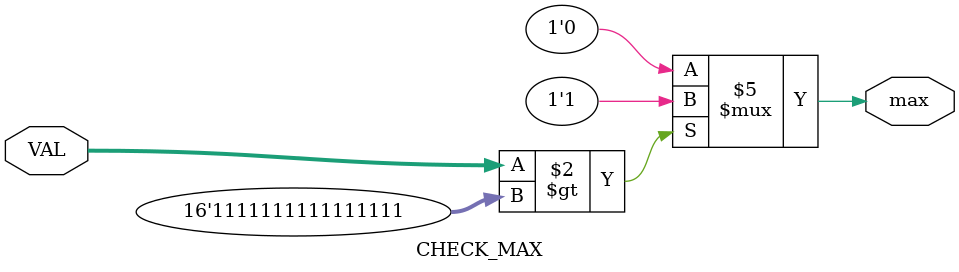
<source format=sv>
`timescale 1ns / 1ps

(* dont_touch = "true" *)
module CHECK_MAX(
    input [15:0] VAL,
    output reg max
    );
    
    initial 
    begin
        max <= 1'b0;
    end
    
    always_comb 
    begin
        if(VAL > 16'b1111111111111111)
        begin
            max <= 1'b1;
        end
        else 
        begin
            max <= 1'b0;
        end 
    end
endmodule

</source>
